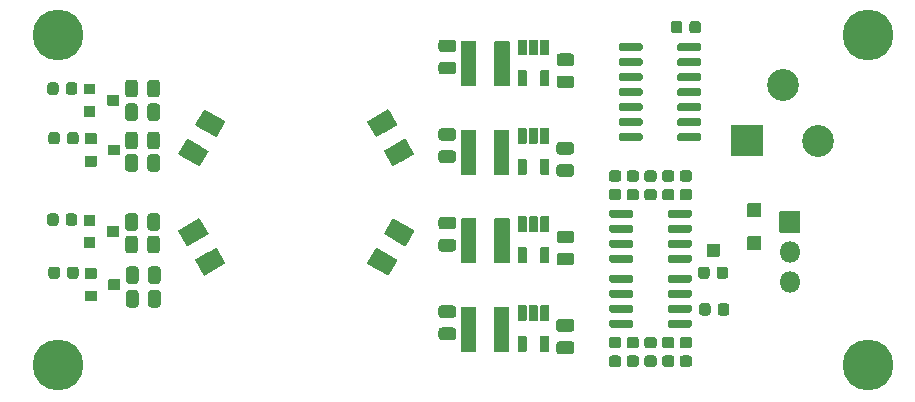
<source format=gbr>
G04 #@! TF.GenerationSoftware,KiCad,Pcbnew,5.1.7-a382d34a8~87~ubuntu18.04.1*
G04 #@! TF.CreationDate,2021-01-18T17:29:04-05:00*
G04 #@! TF.ProjectId,Cree_XML_Driver,43726565-5f58-44d4-9c5f-447269766572,r0*
G04 #@! TF.SameCoordinates,Original*
G04 #@! TF.FileFunction,Soldermask,Top*
G04 #@! TF.FilePolarity,Negative*
%FSLAX46Y46*%
G04 Gerber Fmt 4.6, Leading zero omitted, Abs format (unit mm)*
G04 Created by KiCad (PCBNEW 5.1.7-a382d34a8~87~ubuntu18.04.1) date 2021-01-18 17:29:04*
%MOMM*%
%LPD*%
G01*
G04 APERTURE LIST*
%ADD10O,1.801600X1.801600*%
%ADD11C,2.701600*%
%ADD12C,4.301600*%
G04 APERTURE END LIST*
D10*
G04 #@! TO.C,J102*
X157200000Y-114280000D03*
X157200000Y-111740000D03*
G36*
G01*
X156299200Y-110050000D02*
X156299200Y-108350000D01*
G75*
G02*
X156350000Y-108299200I50800J0D01*
G01*
X158050000Y-108299200D01*
G75*
G02*
X158100800Y-108350000I0J-50800D01*
G01*
X158100800Y-110050000D01*
G75*
G02*
X158050000Y-110100800I-50800J0D01*
G01*
X156350000Y-110100800D01*
G75*
G02*
X156299200Y-110050000I0J50800D01*
G01*
G37*
G04 #@! TD*
G04 #@! TO.C,U107*
G36*
G01*
X146849200Y-108670400D02*
X146849200Y-108319600D01*
G75*
G02*
X147024600Y-108144200I175400J0D01*
G01*
X148725400Y-108144200D01*
G75*
G02*
X148900800Y-108319600I0J-175400D01*
G01*
X148900800Y-108670400D01*
G75*
G02*
X148725400Y-108845800I-175400J0D01*
G01*
X147024600Y-108845800D01*
G75*
G02*
X146849200Y-108670400I0J175400D01*
G01*
G37*
G36*
G01*
X146849200Y-109940400D02*
X146849200Y-109589600D01*
G75*
G02*
X147024600Y-109414200I175400J0D01*
G01*
X148725400Y-109414200D01*
G75*
G02*
X148900800Y-109589600I0J-175400D01*
G01*
X148900800Y-109940400D01*
G75*
G02*
X148725400Y-110115800I-175400J0D01*
G01*
X147024600Y-110115800D01*
G75*
G02*
X146849200Y-109940400I0J175400D01*
G01*
G37*
G36*
G01*
X146849200Y-111210400D02*
X146849200Y-110859600D01*
G75*
G02*
X147024600Y-110684200I175400J0D01*
G01*
X148725400Y-110684200D01*
G75*
G02*
X148900800Y-110859600I0J-175400D01*
G01*
X148900800Y-111210400D01*
G75*
G02*
X148725400Y-111385800I-175400J0D01*
G01*
X147024600Y-111385800D01*
G75*
G02*
X146849200Y-111210400I0J175400D01*
G01*
G37*
G36*
G01*
X146849200Y-112480400D02*
X146849200Y-112129600D01*
G75*
G02*
X147024600Y-111954200I175400J0D01*
G01*
X148725400Y-111954200D01*
G75*
G02*
X148900800Y-112129600I0J-175400D01*
G01*
X148900800Y-112480400D01*
G75*
G02*
X148725400Y-112655800I-175400J0D01*
G01*
X147024600Y-112655800D01*
G75*
G02*
X146849200Y-112480400I0J175400D01*
G01*
G37*
G36*
G01*
X141899200Y-112480400D02*
X141899200Y-112129600D01*
G75*
G02*
X142074600Y-111954200I175400J0D01*
G01*
X143775400Y-111954200D01*
G75*
G02*
X143950800Y-112129600I0J-175400D01*
G01*
X143950800Y-112480400D01*
G75*
G02*
X143775400Y-112655800I-175400J0D01*
G01*
X142074600Y-112655800D01*
G75*
G02*
X141899200Y-112480400I0J175400D01*
G01*
G37*
G36*
G01*
X141899200Y-111210400D02*
X141899200Y-110859600D01*
G75*
G02*
X142074600Y-110684200I175400J0D01*
G01*
X143775400Y-110684200D01*
G75*
G02*
X143950800Y-110859600I0J-175400D01*
G01*
X143950800Y-111210400D01*
G75*
G02*
X143775400Y-111385800I-175400J0D01*
G01*
X142074600Y-111385800D01*
G75*
G02*
X141899200Y-111210400I0J175400D01*
G01*
G37*
G36*
G01*
X141899200Y-109940400D02*
X141899200Y-109589600D01*
G75*
G02*
X142074600Y-109414200I175400J0D01*
G01*
X143775400Y-109414200D01*
G75*
G02*
X143950800Y-109589600I0J-175400D01*
G01*
X143950800Y-109940400D01*
G75*
G02*
X143775400Y-110115800I-175400J0D01*
G01*
X142074600Y-110115800D01*
G75*
G02*
X141899200Y-109940400I0J175400D01*
G01*
G37*
G36*
G01*
X141899200Y-108670400D02*
X141899200Y-108319600D01*
G75*
G02*
X142074600Y-108144200I175400J0D01*
G01*
X143775400Y-108144200D01*
G75*
G02*
X143950800Y-108319600I0J-175400D01*
G01*
X143950800Y-108670400D01*
G75*
G02*
X143775400Y-108845800I-175400J0D01*
G01*
X142074600Y-108845800D01*
G75*
G02*
X141899200Y-108670400I0J175400D01*
G01*
G37*
G04 #@! TD*
G04 #@! TO.C,U106*
G36*
G01*
X142699200Y-94565400D02*
X142699200Y-94214600D01*
G75*
G02*
X142874600Y-94039200I175400J0D01*
G01*
X144575400Y-94039200D01*
G75*
G02*
X144750800Y-94214600I0J-175400D01*
G01*
X144750800Y-94565400D01*
G75*
G02*
X144575400Y-94740800I-175400J0D01*
G01*
X142874600Y-94740800D01*
G75*
G02*
X142699200Y-94565400I0J175400D01*
G01*
G37*
G36*
G01*
X142699200Y-95835400D02*
X142699200Y-95484600D01*
G75*
G02*
X142874600Y-95309200I175400J0D01*
G01*
X144575400Y-95309200D01*
G75*
G02*
X144750800Y-95484600I0J-175400D01*
G01*
X144750800Y-95835400D01*
G75*
G02*
X144575400Y-96010800I-175400J0D01*
G01*
X142874600Y-96010800D01*
G75*
G02*
X142699200Y-95835400I0J175400D01*
G01*
G37*
G36*
G01*
X142699200Y-97105400D02*
X142699200Y-96754600D01*
G75*
G02*
X142874600Y-96579200I175400J0D01*
G01*
X144575400Y-96579200D01*
G75*
G02*
X144750800Y-96754600I0J-175400D01*
G01*
X144750800Y-97105400D01*
G75*
G02*
X144575400Y-97280800I-175400J0D01*
G01*
X142874600Y-97280800D01*
G75*
G02*
X142699200Y-97105400I0J175400D01*
G01*
G37*
G36*
G01*
X142699200Y-98375400D02*
X142699200Y-98024600D01*
G75*
G02*
X142874600Y-97849200I175400J0D01*
G01*
X144575400Y-97849200D01*
G75*
G02*
X144750800Y-98024600I0J-175400D01*
G01*
X144750800Y-98375400D01*
G75*
G02*
X144575400Y-98550800I-175400J0D01*
G01*
X142874600Y-98550800D01*
G75*
G02*
X142699200Y-98375400I0J175400D01*
G01*
G37*
G36*
G01*
X142699200Y-99645400D02*
X142699200Y-99294600D01*
G75*
G02*
X142874600Y-99119200I175400J0D01*
G01*
X144575400Y-99119200D01*
G75*
G02*
X144750800Y-99294600I0J-175400D01*
G01*
X144750800Y-99645400D01*
G75*
G02*
X144575400Y-99820800I-175400J0D01*
G01*
X142874600Y-99820800D01*
G75*
G02*
X142699200Y-99645400I0J175400D01*
G01*
G37*
G36*
G01*
X142699200Y-100915400D02*
X142699200Y-100564600D01*
G75*
G02*
X142874600Y-100389200I175400J0D01*
G01*
X144575400Y-100389200D01*
G75*
G02*
X144750800Y-100564600I0J-175400D01*
G01*
X144750800Y-100915400D01*
G75*
G02*
X144575400Y-101090800I-175400J0D01*
G01*
X142874600Y-101090800D01*
G75*
G02*
X142699200Y-100915400I0J175400D01*
G01*
G37*
G36*
G01*
X142699200Y-102185400D02*
X142699200Y-101834600D01*
G75*
G02*
X142874600Y-101659200I175400J0D01*
G01*
X144575400Y-101659200D01*
G75*
G02*
X144750800Y-101834600I0J-175400D01*
G01*
X144750800Y-102185400D01*
G75*
G02*
X144575400Y-102360800I-175400J0D01*
G01*
X142874600Y-102360800D01*
G75*
G02*
X142699200Y-102185400I0J175400D01*
G01*
G37*
G36*
G01*
X147649200Y-102185400D02*
X147649200Y-101834600D01*
G75*
G02*
X147824600Y-101659200I175400J0D01*
G01*
X149525400Y-101659200D01*
G75*
G02*
X149700800Y-101834600I0J-175400D01*
G01*
X149700800Y-102185400D01*
G75*
G02*
X149525400Y-102360800I-175400J0D01*
G01*
X147824600Y-102360800D01*
G75*
G02*
X147649200Y-102185400I0J175400D01*
G01*
G37*
G36*
G01*
X147649200Y-100915400D02*
X147649200Y-100564600D01*
G75*
G02*
X147824600Y-100389200I175400J0D01*
G01*
X149525400Y-100389200D01*
G75*
G02*
X149700800Y-100564600I0J-175400D01*
G01*
X149700800Y-100915400D01*
G75*
G02*
X149525400Y-101090800I-175400J0D01*
G01*
X147824600Y-101090800D01*
G75*
G02*
X147649200Y-100915400I0J175400D01*
G01*
G37*
G36*
G01*
X147649200Y-99645400D02*
X147649200Y-99294600D01*
G75*
G02*
X147824600Y-99119200I175400J0D01*
G01*
X149525400Y-99119200D01*
G75*
G02*
X149700800Y-99294600I0J-175400D01*
G01*
X149700800Y-99645400D01*
G75*
G02*
X149525400Y-99820800I-175400J0D01*
G01*
X147824600Y-99820800D01*
G75*
G02*
X147649200Y-99645400I0J175400D01*
G01*
G37*
G36*
G01*
X147649200Y-98375400D02*
X147649200Y-98024600D01*
G75*
G02*
X147824600Y-97849200I175400J0D01*
G01*
X149525400Y-97849200D01*
G75*
G02*
X149700800Y-98024600I0J-175400D01*
G01*
X149700800Y-98375400D01*
G75*
G02*
X149525400Y-98550800I-175400J0D01*
G01*
X147824600Y-98550800D01*
G75*
G02*
X147649200Y-98375400I0J175400D01*
G01*
G37*
G36*
G01*
X147649200Y-97105400D02*
X147649200Y-96754600D01*
G75*
G02*
X147824600Y-96579200I175400J0D01*
G01*
X149525400Y-96579200D01*
G75*
G02*
X149700800Y-96754600I0J-175400D01*
G01*
X149700800Y-97105400D01*
G75*
G02*
X149525400Y-97280800I-175400J0D01*
G01*
X147824600Y-97280800D01*
G75*
G02*
X147649200Y-97105400I0J175400D01*
G01*
G37*
G36*
G01*
X147649200Y-95835400D02*
X147649200Y-95484600D01*
G75*
G02*
X147824600Y-95309200I175400J0D01*
G01*
X149525400Y-95309200D01*
G75*
G02*
X149700800Y-95484600I0J-175400D01*
G01*
X149700800Y-95835400D01*
G75*
G02*
X149525400Y-96010800I-175400J0D01*
G01*
X147824600Y-96010800D01*
G75*
G02*
X147649200Y-95835400I0J175400D01*
G01*
G37*
G36*
G01*
X147649200Y-94565400D02*
X147649200Y-94214600D01*
G75*
G02*
X147824600Y-94039200I175400J0D01*
G01*
X149525400Y-94039200D01*
G75*
G02*
X149700800Y-94214600I0J-175400D01*
G01*
X149700800Y-94565400D01*
G75*
G02*
X149525400Y-94740800I-175400J0D01*
G01*
X147824600Y-94740800D01*
G75*
G02*
X147649200Y-94565400I0J175400D01*
G01*
G37*
G04 #@! TD*
G04 #@! TO.C,U105*
G36*
G01*
X146849200Y-114170400D02*
X146849200Y-113819600D01*
G75*
G02*
X147024600Y-113644200I175400J0D01*
G01*
X148725400Y-113644200D01*
G75*
G02*
X148900800Y-113819600I0J-175400D01*
G01*
X148900800Y-114170400D01*
G75*
G02*
X148725400Y-114345800I-175400J0D01*
G01*
X147024600Y-114345800D01*
G75*
G02*
X146849200Y-114170400I0J175400D01*
G01*
G37*
G36*
G01*
X146849200Y-115440400D02*
X146849200Y-115089600D01*
G75*
G02*
X147024600Y-114914200I175400J0D01*
G01*
X148725400Y-114914200D01*
G75*
G02*
X148900800Y-115089600I0J-175400D01*
G01*
X148900800Y-115440400D01*
G75*
G02*
X148725400Y-115615800I-175400J0D01*
G01*
X147024600Y-115615800D01*
G75*
G02*
X146849200Y-115440400I0J175400D01*
G01*
G37*
G36*
G01*
X146849200Y-116710400D02*
X146849200Y-116359600D01*
G75*
G02*
X147024600Y-116184200I175400J0D01*
G01*
X148725400Y-116184200D01*
G75*
G02*
X148900800Y-116359600I0J-175400D01*
G01*
X148900800Y-116710400D01*
G75*
G02*
X148725400Y-116885800I-175400J0D01*
G01*
X147024600Y-116885800D01*
G75*
G02*
X146849200Y-116710400I0J175400D01*
G01*
G37*
G36*
G01*
X146849200Y-117980400D02*
X146849200Y-117629600D01*
G75*
G02*
X147024600Y-117454200I175400J0D01*
G01*
X148725400Y-117454200D01*
G75*
G02*
X148900800Y-117629600I0J-175400D01*
G01*
X148900800Y-117980400D01*
G75*
G02*
X148725400Y-118155800I-175400J0D01*
G01*
X147024600Y-118155800D01*
G75*
G02*
X146849200Y-117980400I0J175400D01*
G01*
G37*
G36*
G01*
X141899200Y-117980400D02*
X141899200Y-117629600D01*
G75*
G02*
X142074600Y-117454200I175400J0D01*
G01*
X143775400Y-117454200D01*
G75*
G02*
X143950800Y-117629600I0J-175400D01*
G01*
X143950800Y-117980400D01*
G75*
G02*
X143775400Y-118155800I-175400J0D01*
G01*
X142074600Y-118155800D01*
G75*
G02*
X141899200Y-117980400I0J175400D01*
G01*
G37*
G36*
G01*
X141899200Y-116710400D02*
X141899200Y-116359600D01*
G75*
G02*
X142074600Y-116184200I175400J0D01*
G01*
X143775400Y-116184200D01*
G75*
G02*
X143950800Y-116359600I0J-175400D01*
G01*
X143950800Y-116710400D01*
G75*
G02*
X143775400Y-116885800I-175400J0D01*
G01*
X142074600Y-116885800D01*
G75*
G02*
X141899200Y-116710400I0J175400D01*
G01*
G37*
G36*
G01*
X141899200Y-115440400D02*
X141899200Y-115089600D01*
G75*
G02*
X142074600Y-114914200I175400J0D01*
G01*
X143775400Y-114914200D01*
G75*
G02*
X143950800Y-115089600I0J-175400D01*
G01*
X143950800Y-115440400D01*
G75*
G02*
X143775400Y-115615800I-175400J0D01*
G01*
X142074600Y-115615800D01*
G75*
G02*
X141899200Y-115440400I0J175400D01*
G01*
G37*
G36*
G01*
X141899200Y-114170400D02*
X141899200Y-113819600D01*
G75*
G02*
X142074600Y-113644200I175400J0D01*
G01*
X143775400Y-113644200D01*
G75*
G02*
X143950800Y-113819600I0J-175400D01*
G01*
X143950800Y-114170400D01*
G75*
G02*
X143775400Y-114345800I-175400J0D01*
G01*
X142074600Y-114345800D01*
G75*
G02*
X141899200Y-114170400I0J175400D01*
G01*
G37*
G04 #@! TD*
G04 #@! TO.C,L102*
G36*
G01*
X133450800Y-116450000D02*
X133450800Y-120150000D01*
G75*
G02*
X133400000Y-120200800I-50800J0D01*
G01*
X132200000Y-120200800D01*
G75*
G02*
X132149200Y-120150000I0J50800D01*
G01*
X132149200Y-116450000D01*
G75*
G02*
X132200000Y-116399200I50800J0D01*
G01*
X133400000Y-116399200D01*
G75*
G02*
X133450800Y-116450000I0J-50800D01*
G01*
G37*
G36*
G01*
X130650800Y-116450000D02*
X130650800Y-120150000D01*
G75*
G02*
X130600000Y-120200800I-50800J0D01*
G01*
X129400000Y-120200800D01*
G75*
G02*
X129349200Y-120150000I0J50800D01*
G01*
X129349200Y-116450000D01*
G75*
G02*
X129400000Y-116399200I50800J0D01*
G01*
X130600000Y-116399200D01*
G75*
G02*
X130650800Y-116450000I0J-50800D01*
G01*
G37*
G04 #@! TD*
G04 #@! TO.C,D101*
G36*
G01*
X109408923Y-100751826D02*
X108683923Y-102007562D01*
G75*
G02*
X108614529Y-102026156I-43994J25400D01*
G01*
X106854765Y-101010156D01*
G75*
G02*
X106836171Y-100940762I25400J43994D01*
G01*
X107561171Y-99685026D01*
G75*
G02*
X107630565Y-99666432I43994J-25400D01*
G01*
X109390329Y-100682432D01*
G75*
G02*
X109408923Y-100751826I-25400J-43994D01*
G01*
G37*
G36*
G01*
X107983923Y-103219998D02*
X107258923Y-104475734D01*
G75*
G02*
X107189529Y-104494328I-43994J25400D01*
G01*
X105429765Y-103478328D01*
G75*
G02*
X105411171Y-103408934I25400J43994D01*
G01*
X106136171Y-102153198D01*
G75*
G02*
X106205565Y-102134604I43994J-25400D01*
G01*
X107965329Y-103150604D01*
G75*
G02*
X107983923Y-103219998I-25400J-43994D01*
G01*
G37*
G36*
G01*
X107258923Y-108920266D02*
X107983923Y-110176002D01*
G75*
G02*
X107965329Y-110245396I-43994J-25400D01*
G01*
X106205565Y-111261396D01*
G75*
G02*
X106136171Y-111242802I-25400J43994D01*
G01*
X105411171Y-109987066D01*
G75*
G02*
X105429765Y-109917672I43994J25400D01*
G01*
X107189529Y-108901672D01*
G75*
G02*
X107258923Y-108920266I25400J-43994D01*
G01*
G37*
G36*
G01*
X108683923Y-111388439D02*
X109408923Y-112644175D01*
G75*
G02*
X109390329Y-112713569I-43994J-25400D01*
G01*
X107630565Y-113729569D01*
G75*
G02*
X107561171Y-113710975I-25400J43994D01*
G01*
X106836171Y-112455239D01*
G75*
G02*
X106854765Y-112385845I43994J25400D01*
G01*
X108614529Y-111369845D01*
G75*
G02*
X108683923Y-111388439I25400J-43994D01*
G01*
G37*
G36*
G01*
X121407077Y-112644174D02*
X122132077Y-111388438D01*
G75*
G02*
X122201471Y-111369844I43994J-25400D01*
G01*
X123961235Y-112385844D01*
G75*
G02*
X123979829Y-112455238I-25400J-43994D01*
G01*
X123254829Y-113710974D01*
G75*
G02*
X123185435Y-113729568I-43994J25400D01*
G01*
X121425671Y-112713568D01*
G75*
G02*
X121407077Y-112644174I25400J43994D01*
G01*
G37*
G36*
G01*
X122832077Y-110176002D02*
X123557077Y-108920266D01*
G75*
G02*
X123626471Y-108901672I43994J-25400D01*
G01*
X125386235Y-109917672D01*
G75*
G02*
X125404829Y-109987066I-25400J-43994D01*
G01*
X124679829Y-111242802D01*
G75*
G02*
X124610435Y-111261396I-43994J25400D01*
G01*
X122850671Y-110245396D01*
G75*
G02*
X122832077Y-110176002I25400J43994D01*
G01*
G37*
G36*
G01*
X123557077Y-104475734D02*
X122832077Y-103219998D01*
G75*
G02*
X122850671Y-103150604I43994J25400D01*
G01*
X124610435Y-102134604D01*
G75*
G02*
X124679829Y-102153198I25400J-43994D01*
G01*
X125404829Y-103408934D01*
G75*
G02*
X125386235Y-103478328I-43994J-25400D01*
G01*
X123626471Y-104494328D01*
G75*
G02*
X123557077Y-104475734I-25400J43994D01*
G01*
G37*
G36*
G01*
X122132077Y-102007561D02*
X121407077Y-100751825D01*
G75*
G02*
X121425671Y-100682431I43994J25400D01*
G01*
X123185435Y-99666431D01*
G75*
G02*
X123254829Y-99685025I25400J-43994D01*
G01*
X123979829Y-100940761D01*
G75*
G02*
X123961235Y-101010155I-43994J-25400D01*
G01*
X122201471Y-102026155D01*
G75*
G02*
X122132077Y-102007561I-25400J43994D01*
G01*
G37*
G36*
G01*
X123897148Y-101047156D02*
X122857918Y-101647156D01*
G75*
G02*
X122788524Y-101628562I-25400J43994D01*
G01*
X122063524Y-100372826D01*
G75*
G02*
X122082118Y-100303432I43994J25400D01*
G01*
X123121348Y-99703432D01*
G75*
G02*
X123190742Y-99722026I25400J-43994D01*
G01*
X123915742Y-100977762D01*
G75*
G02*
X123897148Y-101047156I-43994J-25400D01*
G01*
G37*
G36*
G01*
X125322148Y-103515328D02*
X124282918Y-104115328D01*
G75*
G02*
X124213524Y-104096734I-25400J43994D01*
G01*
X123488524Y-102840998D01*
G75*
G02*
X123507118Y-102771604I43994J25400D01*
G01*
X124546348Y-102171604D01*
G75*
G02*
X124615742Y-102190198I25400J-43994D01*
G01*
X125340742Y-103445934D01*
G75*
G02*
X125322148Y-103515328I-43994J-25400D01*
G01*
G37*
G36*
G01*
X124546348Y-111224396D02*
X123507118Y-110624396D01*
G75*
G02*
X123488524Y-110555002I25400J43994D01*
G01*
X124213524Y-109299266D01*
G75*
G02*
X124282918Y-109280672I43994J-25400D01*
G01*
X125322148Y-109880672D01*
G75*
G02*
X125340742Y-109950066I-25400J-43994D01*
G01*
X124615742Y-111205802D01*
G75*
G02*
X124546348Y-111224396I-43994J25400D01*
G01*
G37*
G36*
G01*
X123121348Y-113692568D02*
X122082118Y-113092568D01*
G75*
G02*
X122063524Y-113023174I25400J43994D01*
G01*
X122788524Y-111767438D01*
G75*
G02*
X122857918Y-111748844I43994J-25400D01*
G01*
X123897148Y-112348844D01*
G75*
G02*
X123915742Y-112418238I-25400J-43994D01*
G01*
X123190742Y-113673974D01*
G75*
G02*
X123121348Y-113692568I-43994J25400D01*
G01*
G37*
G36*
G01*
X106918852Y-112348844D02*
X107958082Y-111748844D01*
G75*
G02*
X108027476Y-111767438I25400J-43994D01*
G01*
X108752476Y-113023174D01*
G75*
G02*
X108733882Y-113092568I-43994J-25400D01*
G01*
X107694652Y-113692568D01*
G75*
G02*
X107625258Y-113673974I-25400J43994D01*
G01*
X106900258Y-112418238D01*
G75*
G02*
X106918852Y-112348844I43994J25400D01*
G01*
G37*
G36*
G01*
X105493852Y-109880672D02*
X106533082Y-109280672D01*
G75*
G02*
X106602476Y-109299266I25400J-43994D01*
G01*
X107327476Y-110555002D01*
G75*
G02*
X107308882Y-110624396I-43994J-25400D01*
G01*
X106269652Y-111224396D01*
G75*
G02*
X106200258Y-111205802I-25400J43994D01*
G01*
X105475258Y-109950066D01*
G75*
G02*
X105493852Y-109880672I43994J25400D01*
G01*
G37*
G36*
G01*
X107694652Y-99703432D02*
X108733882Y-100303432D01*
G75*
G02*
X108752476Y-100372826I-25400J-43994D01*
G01*
X108027476Y-101628562D01*
G75*
G02*
X107958082Y-101647156I-43994J25400D01*
G01*
X106918852Y-101047156D01*
G75*
G02*
X106900258Y-100977762I25400J43994D01*
G01*
X107625258Y-99722026D01*
G75*
G02*
X107694652Y-99703432I43994J-25400D01*
G01*
G37*
G36*
G01*
X106269652Y-102171604D02*
X107308882Y-102771604D01*
G75*
G02*
X107327476Y-102840998I-25400J-43994D01*
G01*
X106602476Y-104096734D01*
G75*
G02*
X106533082Y-104115328I-43994J25400D01*
G01*
X105493852Y-103515328D01*
G75*
G02*
X105475258Y-103445934I25400J43994D01*
G01*
X106200258Y-102190198D01*
G75*
G02*
X106269652Y-102171604I43994J-25400D01*
G01*
G37*
G04 #@! TD*
G04 #@! TO.C,R116*
G36*
G01*
X142118350Y-120499200D02*
X142681650Y-120499200D01*
G75*
G02*
X142925800Y-120743350I0J-244150D01*
G01*
X142925800Y-121231650D01*
G75*
G02*
X142681650Y-121475800I-244150J0D01*
G01*
X142118350Y-121475800D01*
G75*
G02*
X141874200Y-121231650I0J244150D01*
G01*
X141874200Y-120743350D01*
G75*
G02*
X142118350Y-120499200I244150J0D01*
G01*
G37*
G36*
G01*
X142118350Y-118924200D02*
X142681650Y-118924200D01*
G75*
G02*
X142925800Y-119168350I0J-244150D01*
G01*
X142925800Y-119656650D01*
G75*
G02*
X142681650Y-119900800I-244150J0D01*
G01*
X142118350Y-119900800D01*
G75*
G02*
X141874200Y-119656650I0J244150D01*
G01*
X141874200Y-119168350D01*
G75*
G02*
X142118350Y-118924200I244150J0D01*
G01*
G37*
G04 #@! TD*
G04 #@! TO.C,R108*
G36*
G01*
X102000800Y-108718350D02*
X102000800Y-109681650D01*
G75*
G02*
X101731650Y-109950800I-269150J0D01*
G01*
X101193350Y-109950800D01*
G75*
G02*
X100924200Y-109681650I0J269150D01*
G01*
X100924200Y-108718350D01*
G75*
G02*
X101193350Y-108449200I269150J0D01*
G01*
X101731650Y-108449200D01*
G75*
G02*
X102000800Y-108718350I0J-269150D01*
G01*
G37*
G36*
G01*
X103875800Y-108718350D02*
X103875800Y-109681650D01*
G75*
G02*
X103606650Y-109950800I-269150J0D01*
G01*
X103068350Y-109950800D01*
G75*
G02*
X102799200Y-109681650I0J269150D01*
G01*
X102799200Y-108718350D01*
G75*
G02*
X103068350Y-108449200I269150J0D01*
G01*
X103606650Y-108449200D01*
G75*
G02*
X103875800Y-108718350I0J-269150D01*
G01*
G37*
G04 #@! TD*
G04 #@! TO.C,R107*
G36*
G01*
X103875800Y-110618350D02*
X103875800Y-111581650D01*
G75*
G02*
X103606650Y-111850800I-269150J0D01*
G01*
X103068350Y-111850800D01*
G75*
G02*
X102799200Y-111581650I0J269150D01*
G01*
X102799200Y-110618350D01*
G75*
G02*
X103068350Y-110349200I269150J0D01*
G01*
X103606650Y-110349200D01*
G75*
G02*
X103875800Y-110618350I0J-269150D01*
G01*
G37*
G36*
G01*
X102000800Y-110618350D02*
X102000800Y-111581650D01*
G75*
G02*
X101731650Y-111850800I-269150J0D01*
G01*
X101193350Y-111850800D01*
G75*
G02*
X100924200Y-111581650I0J269150D01*
G01*
X100924200Y-110618350D01*
G75*
G02*
X101193350Y-110349200I269150J0D01*
G01*
X101731650Y-110349200D01*
G75*
G02*
X102000800Y-110618350I0J-269150D01*
G01*
G37*
G04 #@! TD*
G04 #@! TO.C,R112*
G36*
G01*
X96863300Y-108718350D02*
X96863300Y-109281650D01*
G75*
G02*
X96619150Y-109525800I-244150J0D01*
G01*
X96130850Y-109525800D01*
G75*
G02*
X95886700Y-109281650I0J244150D01*
G01*
X95886700Y-108718350D01*
G75*
G02*
X96130850Y-108474200I244150J0D01*
G01*
X96619150Y-108474200D01*
G75*
G02*
X96863300Y-108718350I0J-244150D01*
G01*
G37*
G36*
G01*
X95288300Y-108718350D02*
X95288300Y-109281650D01*
G75*
G02*
X95044150Y-109525800I-244150J0D01*
G01*
X94555850Y-109525800D01*
G75*
G02*
X94311700Y-109281650I0J244150D01*
G01*
X94311700Y-108718350D01*
G75*
G02*
X94555850Y-108474200I244150J0D01*
G01*
X95044150Y-108474200D01*
G75*
G02*
X95288300Y-108718350I0J-244150D01*
G01*
G37*
G04 #@! TD*
G04 #@! TO.C,Q104*
G36*
G01*
X99399200Y-110400000D02*
X99399200Y-109600000D01*
G75*
G02*
X99450000Y-109549200I50800J0D01*
G01*
X100350000Y-109549200D01*
G75*
G02*
X100400800Y-109600000I0J-50800D01*
G01*
X100400800Y-110400000D01*
G75*
G02*
X100350000Y-110450800I-50800J0D01*
G01*
X99450000Y-110450800D01*
G75*
G02*
X99399200Y-110400000I0J50800D01*
G01*
G37*
G36*
G01*
X97399200Y-111350000D02*
X97399200Y-110550000D01*
G75*
G02*
X97450000Y-110499200I50800J0D01*
G01*
X98350000Y-110499200D01*
G75*
G02*
X98400800Y-110550000I0J-50800D01*
G01*
X98400800Y-111350000D01*
G75*
G02*
X98350000Y-111400800I-50800J0D01*
G01*
X97450000Y-111400800D01*
G75*
G02*
X97399200Y-111350000I0J50800D01*
G01*
G37*
G36*
G01*
X97399200Y-109450000D02*
X97399200Y-108650000D01*
G75*
G02*
X97450000Y-108599200I50800J0D01*
G01*
X98350000Y-108599200D01*
G75*
G02*
X98400800Y-108650000I0J-50800D01*
G01*
X98400800Y-109450000D01*
G75*
G02*
X98350000Y-109500800I-50800J0D01*
G01*
X97450000Y-109500800D01*
G75*
G02*
X97399200Y-109450000I0J50800D01*
G01*
G37*
G04 #@! TD*
G04 #@! TO.C,R113*
G36*
G01*
X147181650Y-119900800D02*
X146618350Y-119900800D01*
G75*
G02*
X146374200Y-119656650I0J244150D01*
G01*
X146374200Y-119168350D01*
G75*
G02*
X146618350Y-118924200I244150J0D01*
G01*
X147181650Y-118924200D01*
G75*
G02*
X147425800Y-119168350I0J-244150D01*
G01*
X147425800Y-119656650D01*
G75*
G02*
X147181650Y-119900800I-244150J0D01*
G01*
G37*
G36*
G01*
X147181650Y-121475800D02*
X146618350Y-121475800D01*
G75*
G02*
X146374200Y-121231650I0J244150D01*
G01*
X146374200Y-120743350D01*
G75*
G02*
X146618350Y-120499200I244150J0D01*
G01*
X147181650Y-120499200D01*
G75*
G02*
X147425800Y-120743350I0J-244150D01*
G01*
X147425800Y-121231650D01*
G75*
G02*
X147181650Y-121475800I-244150J0D01*
G01*
G37*
G04 #@! TD*
G04 #@! TO.C,R117*
G36*
G01*
X149524200Y-116881650D02*
X149524200Y-116318350D01*
G75*
G02*
X149768350Y-116074200I244150J0D01*
G01*
X150256650Y-116074200D01*
G75*
G02*
X150500800Y-116318350I0J-244150D01*
G01*
X150500800Y-116881650D01*
G75*
G02*
X150256650Y-117125800I-244150J0D01*
G01*
X149768350Y-117125800D01*
G75*
G02*
X149524200Y-116881650I0J244150D01*
G01*
G37*
G36*
G01*
X151099200Y-116881650D02*
X151099200Y-116318350D01*
G75*
G02*
X151343350Y-116074200I244150J0D01*
G01*
X151831650Y-116074200D01*
G75*
G02*
X152075800Y-116318350I0J-244150D01*
G01*
X152075800Y-116881650D01*
G75*
G02*
X151831650Y-117125800I-244150J0D01*
G01*
X151343350Y-117125800D01*
G75*
G02*
X151099200Y-116881650I0J244150D01*
G01*
G37*
G04 #@! TD*
G04 #@! TO.C,C110*
G36*
G01*
X148100800Y-92418350D02*
X148100800Y-92981650D01*
G75*
G02*
X147856650Y-93225800I-244150J0D01*
G01*
X147368350Y-93225800D01*
G75*
G02*
X147124200Y-92981650I0J244150D01*
G01*
X147124200Y-92418350D01*
G75*
G02*
X147368350Y-92174200I244150J0D01*
G01*
X147856650Y-92174200D01*
G75*
G02*
X148100800Y-92418350I0J-244150D01*
G01*
G37*
G36*
G01*
X149675800Y-92418350D02*
X149675800Y-92981650D01*
G75*
G02*
X149431650Y-93225800I-244150J0D01*
G01*
X148943350Y-93225800D01*
G75*
G02*
X148699200Y-92981650I0J244150D01*
G01*
X148699200Y-92418350D01*
G75*
G02*
X148943350Y-92174200I244150J0D01*
G01*
X149431650Y-92174200D01*
G75*
G02*
X149675800Y-92418350I0J-244150D01*
G01*
G37*
G04 #@! TD*
G04 #@! TO.C,R109*
G36*
G01*
X95400800Y-101818350D02*
X95400800Y-102381650D01*
G75*
G02*
X95156650Y-102625800I-244150J0D01*
G01*
X94668350Y-102625800D01*
G75*
G02*
X94424200Y-102381650I0J244150D01*
G01*
X94424200Y-101818350D01*
G75*
G02*
X94668350Y-101574200I244150J0D01*
G01*
X95156650Y-101574200D01*
G75*
G02*
X95400800Y-101818350I0J-244150D01*
G01*
G37*
G36*
G01*
X96975800Y-101818350D02*
X96975800Y-102381650D01*
G75*
G02*
X96731650Y-102625800I-244150J0D01*
G01*
X96243350Y-102625800D01*
G75*
G02*
X95999200Y-102381650I0J244150D01*
G01*
X95999200Y-101818350D01*
G75*
G02*
X96243350Y-101574200I244150J0D01*
G01*
X96731650Y-101574200D01*
G75*
G02*
X96975800Y-101818350I0J-244150D01*
G01*
G37*
G04 #@! TD*
G04 #@! TO.C,R104*
G36*
G01*
X102000800Y-97418350D02*
X102000800Y-98381650D01*
G75*
G02*
X101731650Y-98650800I-269150J0D01*
G01*
X101193350Y-98650800D01*
G75*
G02*
X100924200Y-98381650I0J269150D01*
G01*
X100924200Y-97418350D01*
G75*
G02*
X101193350Y-97149200I269150J0D01*
G01*
X101731650Y-97149200D01*
G75*
G02*
X102000800Y-97418350I0J-269150D01*
G01*
G37*
G36*
G01*
X103875800Y-97418350D02*
X103875800Y-98381650D01*
G75*
G02*
X103606650Y-98650800I-269150J0D01*
G01*
X103068350Y-98650800D01*
G75*
G02*
X102799200Y-98381650I0J269150D01*
G01*
X102799200Y-97418350D01*
G75*
G02*
X103068350Y-97149200I269150J0D01*
G01*
X103606650Y-97149200D01*
G75*
G02*
X103875800Y-97418350I0J-269150D01*
G01*
G37*
G04 #@! TD*
G04 #@! TO.C,U101*
G36*
G01*
X136125000Y-96369200D02*
X136775000Y-96369200D01*
G75*
G02*
X136825800Y-96420000I0J-50800D01*
G01*
X136825800Y-97640000D01*
G75*
G02*
X136775000Y-97690800I-50800J0D01*
G01*
X136125000Y-97690800D01*
G75*
G02*
X136074200Y-97640000I0J50800D01*
G01*
X136074200Y-96420000D01*
G75*
G02*
X136125000Y-96369200I50800J0D01*
G01*
G37*
G36*
G01*
X134225000Y-96369200D02*
X134875000Y-96369200D01*
G75*
G02*
X134925800Y-96420000I0J-50800D01*
G01*
X134925800Y-97640000D01*
G75*
G02*
X134875000Y-97690800I-50800J0D01*
G01*
X134225000Y-97690800D01*
G75*
G02*
X134174200Y-97640000I0J50800D01*
G01*
X134174200Y-96420000D01*
G75*
G02*
X134225000Y-96369200I50800J0D01*
G01*
G37*
G36*
G01*
X134225000Y-93749200D02*
X134875000Y-93749200D01*
G75*
G02*
X134925800Y-93800000I0J-50800D01*
G01*
X134925800Y-95020000D01*
G75*
G02*
X134875000Y-95070800I-50800J0D01*
G01*
X134225000Y-95070800D01*
G75*
G02*
X134174200Y-95020000I0J50800D01*
G01*
X134174200Y-93800000D01*
G75*
G02*
X134225000Y-93749200I50800J0D01*
G01*
G37*
G36*
G01*
X135175000Y-93749200D02*
X135825000Y-93749200D01*
G75*
G02*
X135875800Y-93800000I0J-50800D01*
G01*
X135875800Y-95020000D01*
G75*
G02*
X135825000Y-95070800I-50800J0D01*
G01*
X135175000Y-95070800D01*
G75*
G02*
X135124200Y-95020000I0J50800D01*
G01*
X135124200Y-93800000D01*
G75*
G02*
X135175000Y-93749200I50800J0D01*
G01*
G37*
G36*
G01*
X136125000Y-93749200D02*
X136775000Y-93749200D01*
G75*
G02*
X136825800Y-93800000I0J-50800D01*
G01*
X136825800Y-95020000D01*
G75*
G02*
X136775000Y-95070800I-50800J0D01*
G01*
X136125000Y-95070800D01*
G75*
G02*
X136074200Y-95020000I0J50800D01*
G01*
X136074200Y-93800000D01*
G75*
G02*
X136125000Y-93749200I50800J0D01*
G01*
G37*
G04 #@! TD*
G04 #@! TO.C,C103*
G36*
G01*
X128681650Y-119205800D02*
X127718350Y-119205800D01*
G75*
G02*
X127449200Y-118936650I0J269150D01*
G01*
X127449200Y-118398350D01*
G75*
G02*
X127718350Y-118129200I269150J0D01*
G01*
X128681650Y-118129200D01*
G75*
G02*
X128950800Y-118398350I0J-269150D01*
G01*
X128950800Y-118936650D01*
G75*
G02*
X128681650Y-119205800I-269150J0D01*
G01*
G37*
G36*
G01*
X128681650Y-117330800D02*
X127718350Y-117330800D01*
G75*
G02*
X127449200Y-117061650I0J269150D01*
G01*
X127449200Y-116523350D01*
G75*
G02*
X127718350Y-116254200I269150J0D01*
G01*
X128681650Y-116254200D01*
G75*
G02*
X128950800Y-116523350I0J-269150D01*
G01*
X128950800Y-117061650D01*
G75*
G02*
X128681650Y-117330800I-269150J0D01*
G01*
G37*
G04 #@! TD*
G04 #@! TO.C,R106*
G36*
G01*
X103938300Y-115218350D02*
X103938300Y-116181650D01*
G75*
G02*
X103669150Y-116450800I-269150J0D01*
G01*
X103130850Y-116450800D01*
G75*
G02*
X102861700Y-116181650I0J269150D01*
G01*
X102861700Y-115218350D01*
G75*
G02*
X103130850Y-114949200I269150J0D01*
G01*
X103669150Y-114949200D01*
G75*
G02*
X103938300Y-115218350I0J-269150D01*
G01*
G37*
G36*
G01*
X102063300Y-115218350D02*
X102063300Y-116181650D01*
G75*
G02*
X101794150Y-116450800I-269150J0D01*
G01*
X101255850Y-116450800D01*
G75*
G02*
X100986700Y-116181650I0J269150D01*
G01*
X100986700Y-115218350D01*
G75*
G02*
X101255850Y-114949200I269150J0D01*
G01*
X101794150Y-114949200D01*
G75*
G02*
X102063300Y-115218350I0J-269150D01*
G01*
G37*
G04 #@! TD*
G04 #@! TO.C,Q103*
G36*
G01*
X97499200Y-113950000D02*
X97499200Y-113150000D01*
G75*
G02*
X97550000Y-113099200I50800J0D01*
G01*
X98450000Y-113099200D01*
G75*
G02*
X98500800Y-113150000I0J-50800D01*
G01*
X98500800Y-113950000D01*
G75*
G02*
X98450000Y-114000800I-50800J0D01*
G01*
X97550000Y-114000800D01*
G75*
G02*
X97499200Y-113950000I0J50800D01*
G01*
G37*
G36*
G01*
X97499200Y-115850000D02*
X97499200Y-115050000D01*
G75*
G02*
X97550000Y-114999200I50800J0D01*
G01*
X98450000Y-114999200D01*
G75*
G02*
X98500800Y-115050000I0J-50800D01*
G01*
X98500800Y-115850000D01*
G75*
G02*
X98450000Y-115900800I-50800J0D01*
G01*
X97550000Y-115900800D01*
G75*
G02*
X97499200Y-115850000I0J50800D01*
G01*
G37*
G36*
G01*
X99499200Y-114900000D02*
X99499200Y-114100000D01*
G75*
G02*
X99550000Y-114049200I50800J0D01*
G01*
X100450000Y-114049200D01*
G75*
G02*
X100500800Y-114100000I0J-50800D01*
G01*
X100500800Y-114900000D01*
G75*
G02*
X100450000Y-114950800I-50800J0D01*
G01*
X99550000Y-114950800D01*
G75*
G02*
X99499200Y-114900000I0J50800D01*
G01*
G37*
G04 #@! TD*
G04 #@! TO.C,R105*
G36*
G01*
X103938300Y-113218350D02*
X103938300Y-114181650D01*
G75*
G02*
X103669150Y-114450800I-269150J0D01*
G01*
X103130850Y-114450800D01*
G75*
G02*
X102861700Y-114181650I0J269150D01*
G01*
X102861700Y-113218350D01*
G75*
G02*
X103130850Y-112949200I269150J0D01*
G01*
X103669150Y-112949200D01*
G75*
G02*
X103938300Y-113218350I0J-269150D01*
G01*
G37*
G36*
G01*
X102063300Y-113218350D02*
X102063300Y-114181650D01*
G75*
G02*
X101794150Y-114450800I-269150J0D01*
G01*
X101255850Y-114450800D01*
G75*
G02*
X100986700Y-114181650I0J269150D01*
G01*
X100986700Y-113218350D01*
G75*
G02*
X101255850Y-112949200I269150J0D01*
G01*
X101794150Y-112949200D01*
G75*
G02*
X102063300Y-113218350I0J-269150D01*
G01*
G37*
G04 #@! TD*
G04 #@! TO.C,U102*
G36*
G01*
X136109000Y-118869200D02*
X136759000Y-118869200D01*
G75*
G02*
X136809800Y-118920000I0J-50800D01*
G01*
X136809800Y-120140000D01*
G75*
G02*
X136759000Y-120190800I-50800J0D01*
G01*
X136109000Y-120190800D01*
G75*
G02*
X136058200Y-120140000I0J50800D01*
G01*
X136058200Y-118920000D01*
G75*
G02*
X136109000Y-118869200I50800J0D01*
G01*
G37*
G36*
G01*
X134209000Y-118869200D02*
X134859000Y-118869200D01*
G75*
G02*
X134909800Y-118920000I0J-50800D01*
G01*
X134909800Y-120140000D01*
G75*
G02*
X134859000Y-120190800I-50800J0D01*
G01*
X134209000Y-120190800D01*
G75*
G02*
X134158200Y-120140000I0J50800D01*
G01*
X134158200Y-118920000D01*
G75*
G02*
X134209000Y-118869200I50800J0D01*
G01*
G37*
G36*
G01*
X134209000Y-116249200D02*
X134859000Y-116249200D01*
G75*
G02*
X134909800Y-116300000I0J-50800D01*
G01*
X134909800Y-117520000D01*
G75*
G02*
X134859000Y-117570800I-50800J0D01*
G01*
X134209000Y-117570800D01*
G75*
G02*
X134158200Y-117520000I0J50800D01*
G01*
X134158200Y-116300000D01*
G75*
G02*
X134209000Y-116249200I50800J0D01*
G01*
G37*
G36*
G01*
X135159000Y-116249200D02*
X135809000Y-116249200D01*
G75*
G02*
X135859800Y-116300000I0J-50800D01*
G01*
X135859800Y-117520000D01*
G75*
G02*
X135809000Y-117570800I-50800J0D01*
G01*
X135159000Y-117570800D01*
G75*
G02*
X135108200Y-117520000I0J50800D01*
G01*
X135108200Y-116300000D01*
G75*
G02*
X135159000Y-116249200I50800J0D01*
G01*
G37*
G36*
G01*
X136109000Y-116249200D02*
X136759000Y-116249200D01*
G75*
G02*
X136809800Y-116300000I0J-50800D01*
G01*
X136809800Y-117520000D01*
G75*
G02*
X136759000Y-117570800I-50800J0D01*
G01*
X136109000Y-117570800D01*
G75*
G02*
X136058200Y-117520000I0J50800D01*
G01*
X136058200Y-116300000D01*
G75*
G02*
X136109000Y-116249200I50800J0D01*
G01*
G37*
G04 #@! TD*
G04 #@! TO.C,R111*
G36*
G01*
X96975800Y-113218350D02*
X96975800Y-113781650D01*
G75*
G02*
X96731650Y-114025800I-244150J0D01*
G01*
X96243350Y-114025800D01*
G75*
G02*
X95999200Y-113781650I0J244150D01*
G01*
X95999200Y-113218350D01*
G75*
G02*
X96243350Y-112974200I244150J0D01*
G01*
X96731650Y-112974200D01*
G75*
G02*
X96975800Y-113218350I0J-244150D01*
G01*
G37*
G36*
G01*
X95400800Y-113218350D02*
X95400800Y-113781650D01*
G75*
G02*
X95156650Y-114025800I-244150J0D01*
G01*
X94668350Y-114025800D01*
G75*
G02*
X94424200Y-113781650I0J244150D01*
G01*
X94424200Y-113218350D01*
G75*
G02*
X94668350Y-112974200I244150J0D01*
G01*
X95156650Y-112974200D01*
G75*
G02*
X95400800Y-113218350I0J-244150D01*
G01*
G37*
G04 #@! TD*
G04 #@! TO.C,R101*
G36*
G01*
X103875800Y-101818350D02*
X103875800Y-102781650D01*
G75*
G02*
X103606650Y-103050800I-269150J0D01*
G01*
X103068350Y-103050800D01*
G75*
G02*
X102799200Y-102781650I0J269150D01*
G01*
X102799200Y-101818350D01*
G75*
G02*
X103068350Y-101549200I269150J0D01*
G01*
X103606650Y-101549200D01*
G75*
G02*
X103875800Y-101818350I0J-269150D01*
G01*
G37*
G36*
G01*
X102000800Y-101818350D02*
X102000800Y-102781650D01*
G75*
G02*
X101731650Y-103050800I-269150J0D01*
G01*
X101193350Y-103050800D01*
G75*
G02*
X100924200Y-102781650I0J269150D01*
G01*
X100924200Y-101818350D01*
G75*
G02*
X101193350Y-101549200I269150J0D01*
G01*
X101731650Y-101549200D01*
G75*
G02*
X102000800Y-101818350I0J-269150D01*
G01*
G37*
G04 #@! TD*
G04 #@! TO.C,C101*
G36*
G01*
X138681650Y-97875800D02*
X137718350Y-97875800D01*
G75*
G02*
X137449200Y-97606650I0J269150D01*
G01*
X137449200Y-97068350D01*
G75*
G02*
X137718350Y-96799200I269150J0D01*
G01*
X138681650Y-96799200D01*
G75*
G02*
X138950800Y-97068350I0J-269150D01*
G01*
X138950800Y-97606650D01*
G75*
G02*
X138681650Y-97875800I-269150J0D01*
G01*
G37*
G36*
G01*
X138681650Y-96000800D02*
X137718350Y-96000800D01*
G75*
G02*
X137449200Y-95731650I0J269150D01*
G01*
X137449200Y-95193350D01*
G75*
G02*
X137718350Y-94924200I269150J0D01*
G01*
X138681650Y-94924200D01*
G75*
G02*
X138950800Y-95193350I0J-269150D01*
G01*
X138950800Y-95731650D01*
G75*
G02*
X138681650Y-96000800I-269150J0D01*
G01*
G37*
G04 #@! TD*
G04 #@! TO.C,C102*
G36*
G01*
X128681650Y-96705800D02*
X127718350Y-96705800D01*
G75*
G02*
X127449200Y-96436650I0J269150D01*
G01*
X127449200Y-95898350D01*
G75*
G02*
X127718350Y-95629200I269150J0D01*
G01*
X128681650Y-95629200D01*
G75*
G02*
X128950800Y-95898350I0J-269150D01*
G01*
X128950800Y-96436650D01*
G75*
G02*
X128681650Y-96705800I-269150J0D01*
G01*
G37*
G36*
G01*
X128681650Y-94830800D02*
X127718350Y-94830800D01*
G75*
G02*
X127449200Y-94561650I0J269150D01*
G01*
X127449200Y-94023350D01*
G75*
G02*
X127718350Y-93754200I269150J0D01*
G01*
X128681650Y-93754200D01*
G75*
G02*
X128950800Y-94023350I0J-269150D01*
G01*
X128950800Y-94561650D01*
G75*
G02*
X128681650Y-94830800I-269150J0D01*
G01*
G37*
G04 #@! TD*
G04 #@! TO.C,C105*
G36*
G01*
X138665650Y-103500800D02*
X137702350Y-103500800D01*
G75*
G02*
X137433200Y-103231650I0J269150D01*
G01*
X137433200Y-102693350D01*
G75*
G02*
X137702350Y-102424200I269150J0D01*
G01*
X138665650Y-102424200D01*
G75*
G02*
X138934800Y-102693350I0J-269150D01*
G01*
X138934800Y-103231650D01*
G75*
G02*
X138665650Y-103500800I-269150J0D01*
G01*
G37*
G36*
G01*
X138665650Y-105375800D02*
X137702350Y-105375800D01*
G75*
G02*
X137433200Y-105106650I0J269150D01*
G01*
X137433200Y-104568350D01*
G75*
G02*
X137702350Y-104299200I269150J0D01*
G01*
X138665650Y-104299200D01*
G75*
G02*
X138934800Y-104568350I0J-269150D01*
G01*
X138934800Y-105106650D01*
G75*
G02*
X138665650Y-105375800I-269150J0D01*
G01*
G37*
G04 #@! TD*
G04 #@! TO.C,C106*
G36*
G01*
X128681650Y-102330800D02*
X127718350Y-102330800D01*
G75*
G02*
X127449200Y-102061650I0J269150D01*
G01*
X127449200Y-101523350D01*
G75*
G02*
X127718350Y-101254200I269150J0D01*
G01*
X128681650Y-101254200D01*
G75*
G02*
X128950800Y-101523350I0J-269150D01*
G01*
X128950800Y-102061650D01*
G75*
G02*
X128681650Y-102330800I-269150J0D01*
G01*
G37*
G36*
G01*
X128681650Y-104205800D02*
X127718350Y-104205800D01*
G75*
G02*
X127449200Y-103936650I0J269150D01*
G01*
X127449200Y-103398350D01*
G75*
G02*
X127718350Y-103129200I269150J0D01*
G01*
X128681650Y-103129200D01*
G75*
G02*
X128950800Y-103398350I0J-269150D01*
G01*
X128950800Y-103936650D01*
G75*
G02*
X128681650Y-104205800I-269150J0D01*
G01*
G37*
G04 #@! TD*
G04 #@! TO.C,C107*
G36*
G01*
X128681650Y-109830800D02*
X127718350Y-109830800D01*
G75*
G02*
X127449200Y-109561650I0J269150D01*
G01*
X127449200Y-109023350D01*
G75*
G02*
X127718350Y-108754200I269150J0D01*
G01*
X128681650Y-108754200D01*
G75*
G02*
X128950800Y-109023350I0J-269150D01*
G01*
X128950800Y-109561650D01*
G75*
G02*
X128681650Y-109830800I-269150J0D01*
G01*
G37*
G36*
G01*
X128681650Y-111705800D02*
X127718350Y-111705800D01*
G75*
G02*
X127449200Y-111436650I0J269150D01*
G01*
X127449200Y-110898350D01*
G75*
G02*
X127718350Y-110629200I269150J0D01*
G01*
X128681650Y-110629200D01*
G75*
G02*
X128950800Y-110898350I0J-269150D01*
G01*
X128950800Y-111436650D01*
G75*
G02*
X128681650Y-111705800I-269150J0D01*
G01*
G37*
G04 #@! TD*
G04 #@! TO.C,C108*
G36*
G01*
X138681650Y-112875800D02*
X137718350Y-112875800D01*
G75*
G02*
X137449200Y-112606650I0J269150D01*
G01*
X137449200Y-112068350D01*
G75*
G02*
X137718350Y-111799200I269150J0D01*
G01*
X138681650Y-111799200D01*
G75*
G02*
X138950800Y-112068350I0J-269150D01*
G01*
X138950800Y-112606650D01*
G75*
G02*
X138681650Y-112875800I-269150J0D01*
G01*
G37*
G36*
G01*
X138681650Y-111000800D02*
X137718350Y-111000800D01*
G75*
G02*
X137449200Y-110731650I0J269150D01*
G01*
X137449200Y-110193350D01*
G75*
G02*
X137718350Y-109924200I269150J0D01*
G01*
X138681650Y-109924200D01*
G75*
G02*
X138950800Y-110193350I0J-269150D01*
G01*
X138950800Y-110731650D01*
G75*
G02*
X138681650Y-111000800I-269150J0D01*
G01*
G37*
G04 #@! TD*
G04 #@! TO.C,C109*
G36*
G01*
X148118350Y-118924200D02*
X148681650Y-118924200D01*
G75*
G02*
X148925800Y-119168350I0J-244150D01*
G01*
X148925800Y-119656650D01*
G75*
G02*
X148681650Y-119900800I-244150J0D01*
G01*
X148118350Y-119900800D01*
G75*
G02*
X147874200Y-119656650I0J244150D01*
G01*
X147874200Y-119168350D01*
G75*
G02*
X148118350Y-118924200I244150J0D01*
G01*
G37*
G36*
G01*
X148118350Y-120499200D02*
X148681650Y-120499200D01*
G75*
G02*
X148925800Y-120743350I0J-244150D01*
G01*
X148925800Y-121231650D01*
G75*
G02*
X148681650Y-121475800I-244150J0D01*
G01*
X148118350Y-121475800D01*
G75*
G02*
X147874200Y-121231650I0J244150D01*
G01*
X147874200Y-120743350D01*
G75*
G02*
X148118350Y-120499200I244150J0D01*
G01*
G37*
G04 #@! TD*
G04 #@! TO.C,C111*
G36*
G01*
X148681650Y-105800800D02*
X148118350Y-105800800D01*
G75*
G02*
X147874200Y-105556650I0J244150D01*
G01*
X147874200Y-105068350D01*
G75*
G02*
X148118350Y-104824200I244150J0D01*
G01*
X148681650Y-104824200D01*
G75*
G02*
X148925800Y-105068350I0J-244150D01*
G01*
X148925800Y-105556650D01*
G75*
G02*
X148681650Y-105800800I-244150J0D01*
G01*
G37*
G36*
G01*
X148681650Y-107375800D02*
X148118350Y-107375800D01*
G75*
G02*
X147874200Y-107131650I0J244150D01*
G01*
X147874200Y-106643350D01*
G75*
G02*
X148118350Y-106399200I244150J0D01*
G01*
X148681650Y-106399200D01*
G75*
G02*
X148925800Y-106643350I0J-244150D01*
G01*
X148925800Y-107131650D01*
G75*
G02*
X148681650Y-107375800I-244150J0D01*
G01*
G37*
G04 #@! TD*
G04 #@! TO.C,D102*
G36*
G01*
X153650000Y-110399200D02*
X154750000Y-110399200D01*
G75*
G02*
X154800800Y-110450000I0J-50800D01*
G01*
X154800800Y-111550000D01*
G75*
G02*
X154750000Y-111600800I-50800J0D01*
G01*
X153650000Y-111600800D01*
G75*
G02*
X153599200Y-111550000I0J50800D01*
G01*
X153599200Y-110450000D01*
G75*
G02*
X153650000Y-110399200I50800J0D01*
G01*
G37*
G36*
G01*
X153650000Y-107599200D02*
X154750000Y-107599200D01*
G75*
G02*
X154800800Y-107650000I0J-50800D01*
G01*
X154800800Y-108750000D01*
G75*
G02*
X154750000Y-108800800I-50800J0D01*
G01*
X153650000Y-108800800D01*
G75*
G02*
X153599200Y-108750000I0J50800D01*
G01*
X153599200Y-107650000D01*
G75*
G02*
X153650000Y-107599200I50800J0D01*
G01*
G37*
G04 #@! TD*
G04 #@! TO.C,J101*
G36*
G01*
X154900000Y-103650800D02*
X152300000Y-103650800D01*
G75*
G02*
X152249200Y-103600000I0J50800D01*
G01*
X152249200Y-101000000D01*
G75*
G02*
X152300000Y-100949200I50800J0D01*
G01*
X154900000Y-100949200D01*
G75*
G02*
X154950800Y-101000000I0J-50800D01*
G01*
X154950800Y-103600000D01*
G75*
G02*
X154900000Y-103650800I-50800J0D01*
G01*
G37*
D11*
X159600000Y-102300000D03*
X156600000Y-97600000D03*
G04 #@! TD*
D12*
G04 #@! TO.C,MK101*
X95250000Y-93345000D03*
G04 #@! TD*
G04 #@! TO.C,MK102*
X163830000Y-93345000D03*
G04 #@! TD*
G04 #@! TO.C,MK103*
X163830000Y-121285000D03*
G04 #@! TD*
G04 #@! TO.C,MK104*
X95250000Y-121285000D03*
G04 #@! TD*
G04 #@! TO.C,Q101*
G36*
G01*
X99499200Y-103500000D02*
X99499200Y-102700000D01*
G75*
G02*
X99550000Y-102649200I50800J0D01*
G01*
X100450000Y-102649200D01*
G75*
G02*
X100500800Y-102700000I0J-50800D01*
G01*
X100500800Y-103500000D01*
G75*
G02*
X100450000Y-103550800I-50800J0D01*
G01*
X99550000Y-103550800D01*
G75*
G02*
X99499200Y-103500000I0J50800D01*
G01*
G37*
G36*
G01*
X97499200Y-104450000D02*
X97499200Y-103650000D01*
G75*
G02*
X97550000Y-103599200I50800J0D01*
G01*
X98450000Y-103599200D01*
G75*
G02*
X98500800Y-103650000I0J-50800D01*
G01*
X98500800Y-104450000D01*
G75*
G02*
X98450000Y-104500800I-50800J0D01*
G01*
X97550000Y-104500800D01*
G75*
G02*
X97499200Y-104450000I0J50800D01*
G01*
G37*
G36*
G01*
X97499200Y-102550000D02*
X97499200Y-101750000D01*
G75*
G02*
X97550000Y-101699200I50800J0D01*
G01*
X98450000Y-101699200D01*
G75*
G02*
X98500800Y-101750000I0J-50800D01*
G01*
X98500800Y-102550000D01*
G75*
G02*
X98450000Y-102600800I-50800J0D01*
G01*
X97550000Y-102600800D01*
G75*
G02*
X97499200Y-102550000I0J50800D01*
G01*
G37*
G04 #@! TD*
G04 #@! TO.C,Q102*
G36*
G01*
X97399200Y-98350000D02*
X97399200Y-97550000D01*
G75*
G02*
X97450000Y-97499200I50800J0D01*
G01*
X98350000Y-97499200D01*
G75*
G02*
X98400800Y-97550000I0J-50800D01*
G01*
X98400800Y-98350000D01*
G75*
G02*
X98350000Y-98400800I-50800J0D01*
G01*
X97450000Y-98400800D01*
G75*
G02*
X97399200Y-98350000I0J50800D01*
G01*
G37*
G36*
G01*
X97399200Y-100250000D02*
X97399200Y-99450000D01*
G75*
G02*
X97450000Y-99399200I50800J0D01*
G01*
X98350000Y-99399200D01*
G75*
G02*
X98400800Y-99450000I0J-50800D01*
G01*
X98400800Y-100250000D01*
G75*
G02*
X98350000Y-100300800I-50800J0D01*
G01*
X97450000Y-100300800D01*
G75*
G02*
X97399200Y-100250000I0J50800D01*
G01*
G37*
G36*
G01*
X99399200Y-99300000D02*
X99399200Y-98500000D01*
G75*
G02*
X99450000Y-98449200I50800J0D01*
G01*
X100350000Y-98449200D01*
G75*
G02*
X100400800Y-98500000I0J-50800D01*
G01*
X100400800Y-99300000D01*
G75*
G02*
X100350000Y-99350800I-50800J0D01*
G01*
X99450000Y-99350800D01*
G75*
G02*
X99399200Y-99300000I0J50800D01*
G01*
G37*
G04 #@! TD*
G04 #@! TO.C,R102*
G36*
G01*
X102000800Y-103718350D02*
X102000800Y-104681650D01*
G75*
G02*
X101731650Y-104950800I-269150J0D01*
G01*
X101193350Y-104950800D01*
G75*
G02*
X100924200Y-104681650I0J269150D01*
G01*
X100924200Y-103718350D01*
G75*
G02*
X101193350Y-103449200I269150J0D01*
G01*
X101731650Y-103449200D01*
G75*
G02*
X102000800Y-103718350I0J-269150D01*
G01*
G37*
G36*
G01*
X103875800Y-103718350D02*
X103875800Y-104681650D01*
G75*
G02*
X103606650Y-104950800I-269150J0D01*
G01*
X103068350Y-104950800D01*
G75*
G02*
X102799200Y-104681650I0J269150D01*
G01*
X102799200Y-103718350D01*
G75*
G02*
X103068350Y-103449200I269150J0D01*
G01*
X103606650Y-103449200D01*
G75*
G02*
X103875800Y-103718350I0J-269150D01*
G01*
G37*
G04 #@! TD*
G04 #@! TO.C,R103*
G36*
G01*
X102000800Y-99418350D02*
X102000800Y-100381650D01*
G75*
G02*
X101731650Y-100650800I-269150J0D01*
G01*
X101193350Y-100650800D01*
G75*
G02*
X100924200Y-100381650I0J269150D01*
G01*
X100924200Y-99418350D01*
G75*
G02*
X101193350Y-99149200I269150J0D01*
G01*
X101731650Y-99149200D01*
G75*
G02*
X102000800Y-99418350I0J-269150D01*
G01*
G37*
G36*
G01*
X103875800Y-99418350D02*
X103875800Y-100381650D01*
G75*
G02*
X103606650Y-100650800I-269150J0D01*
G01*
X103068350Y-100650800D01*
G75*
G02*
X102799200Y-100381650I0J269150D01*
G01*
X102799200Y-99418350D01*
G75*
G02*
X103068350Y-99149200I269150J0D01*
G01*
X103606650Y-99149200D01*
G75*
G02*
X103875800Y-99418350I0J-269150D01*
G01*
G37*
G04 #@! TD*
G04 #@! TO.C,R110*
G36*
G01*
X95300800Y-97618350D02*
X95300800Y-98181650D01*
G75*
G02*
X95056650Y-98425800I-244150J0D01*
G01*
X94568350Y-98425800D01*
G75*
G02*
X94324200Y-98181650I0J244150D01*
G01*
X94324200Y-97618350D01*
G75*
G02*
X94568350Y-97374200I244150J0D01*
G01*
X95056650Y-97374200D01*
G75*
G02*
X95300800Y-97618350I0J-244150D01*
G01*
G37*
G36*
G01*
X96875800Y-97618350D02*
X96875800Y-98181650D01*
G75*
G02*
X96631650Y-98425800I-244150J0D01*
G01*
X96143350Y-98425800D01*
G75*
G02*
X95899200Y-98181650I0J244150D01*
G01*
X95899200Y-97618350D01*
G75*
G02*
X96143350Y-97374200I244150J0D01*
G01*
X96631650Y-97374200D01*
G75*
G02*
X96875800Y-97618350I0J-244150D01*
G01*
G37*
G04 #@! TD*
G04 #@! TO.C,R114*
G36*
G01*
X145118350Y-120499200D02*
X145681650Y-120499200D01*
G75*
G02*
X145925800Y-120743350I0J-244150D01*
G01*
X145925800Y-121231650D01*
G75*
G02*
X145681650Y-121475800I-244150J0D01*
G01*
X145118350Y-121475800D01*
G75*
G02*
X144874200Y-121231650I0J244150D01*
G01*
X144874200Y-120743350D01*
G75*
G02*
X145118350Y-120499200I244150J0D01*
G01*
G37*
G36*
G01*
X145118350Y-118924200D02*
X145681650Y-118924200D01*
G75*
G02*
X145925800Y-119168350I0J-244150D01*
G01*
X145925800Y-119656650D01*
G75*
G02*
X145681650Y-119900800I-244150J0D01*
G01*
X145118350Y-119900800D01*
G75*
G02*
X144874200Y-119656650I0J244150D01*
G01*
X144874200Y-119168350D01*
G75*
G02*
X145118350Y-118924200I244150J0D01*
G01*
G37*
G04 #@! TD*
G04 #@! TO.C,R115*
G36*
G01*
X143618350Y-118924200D02*
X144181650Y-118924200D01*
G75*
G02*
X144425800Y-119168350I0J-244150D01*
G01*
X144425800Y-119656650D01*
G75*
G02*
X144181650Y-119900800I-244150J0D01*
G01*
X143618350Y-119900800D01*
G75*
G02*
X143374200Y-119656650I0J244150D01*
G01*
X143374200Y-119168350D01*
G75*
G02*
X143618350Y-118924200I244150J0D01*
G01*
G37*
G36*
G01*
X143618350Y-120499200D02*
X144181650Y-120499200D01*
G75*
G02*
X144425800Y-120743350I0J-244150D01*
G01*
X144425800Y-121231650D01*
G75*
G02*
X144181650Y-121475800I-244150J0D01*
G01*
X143618350Y-121475800D01*
G75*
G02*
X143374200Y-121231650I0J244150D01*
G01*
X143374200Y-120743350D01*
G75*
G02*
X143618350Y-120499200I244150J0D01*
G01*
G37*
G04 #@! TD*
G04 #@! TO.C,R118*
G36*
G01*
X146618350Y-104824200D02*
X147181650Y-104824200D01*
G75*
G02*
X147425800Y-105068350I0J-244150D01*
G01*
X147425800Y-105556650D01*
G75*
G02*
X147181650Y-105800800I-244150J0D01*
G01*
X146618350Y-105800800D01*
G75*
G02*
X146374200Y-105556650I0J244150D01*
G01*
X146374200Y-105068350D01*
G75*
G02*
X146618350Y-104824200I244150J0D01*
G01*
G37*
G36*
G01*
X146618350Y-106399200D02*
X147181650Y-106399200D01*
G75*
G02*
X147425800Y-106643350I0J-244150D01*
G01*
X147425800Y-107131650D01*
G75*
G02*
X147181650Y-107375800I-244150J0D01*
G01*
X146618350Y-107375800D01*
G75*
G02*
X146374200Y-107131650I0J244150D01*
G01*
X146374200Y-106643350D01*
G75*
G02*
X146618350Y-106399200I244150J0D01*
G01*
G37*
G04 #@! TD*
G04 #@! TO.C,R119*
G36*
G01*
X142681650Y-105800800D02*
X142118350Y-105800800D01*
G75*
G02*
X141874200Y-105556650I0J244150D01*
G01*
X141874200Y-105068350D01*
G75*
G02*
X142118350Y-104824200I244150J0D01*
G01*
X142681650Y-104824200D01*
G75*
G02*
X142925800Y-105068350I0J-244150D01*
G01*
X142925800Y-105556650D01*
G75*
G02*
X142681650Y-105800800I-244150J0D01*
G01*
G37*
G36*
G01*
X142681650Y-107375800D02*
X142118350Y-107375800D01*
G75*
G02*
X141874200Y-107131650I0J244150D01*
G01*
X141874200Y-106643350D01*
G75*
G02*
X142118350Y-106399200I244150J0D01*
G01*
X142681650Y-106399200D01*
G75*
G02*
X142925800Y-106643350I0J-244150D01*
G01*
X142925800Y-107131650D01*
G75*
G02*
X142681650Y-107375800I-244150J0D01*
G01*
G37*
G04 #@! TD*
G04 #@! TO.C,R120*
G36*
G01*
X144181650Y-107375800D02*
X143618350Y-107375800D01*
G75*
G02*
X143374200Y-107131650I0J244150D01*
G01*
X143374200Y-106643350D01*
G75*
G02*
X143618350Y-106399200I244150J0D01*
G01*
X144181650Y-106399200D01*
G75*
G02*
X144425800Y-106643350I0J-244150D01*
G01*
X144425800Y-107131650D01*
G75*
G02*
X144181650Y-107375800I-244150J0D01*
G01*
G37*
G36*
G01*
X144181650Y-105800800D02*
X143618350Y-105800800D01*
G75*
G02*
X143374200Y-105556650I0J244150D01*
G01*
X143374200Y-105068350D01*
G75*
G02*
X143618350Y-104824200I244150J0D01*
G01*
X144181650Y-104824200D01*
G75*
G02*
X144425800Y-105068350I0J-244150D01*
G01*
X144425800Y-105556650D01*
G75*
G02*
X144181650Y-105800800I-244150J0D01*
G01*
G37*
G04 #@! TD*
G04 #@! TO.C,R121*
G36*
G01*
X145681650Y-105800800D02*
X145118350Y-105800800D01*
G75*
G02*
X144874200Y-105556650I0J244150D01*
G01*
X144874200Y-105068350D01*
G75*
G02*
X145118350Y-104824200I244150J0D01*
G01*
X145681650Y-104824200D01*
G75*
G02*
X145925800Y-105068350I0J-244150D01*
G01*
X145925800Y-105556650D01*
G75*
G02*
X145681650Y-105800800I-244150J0D01*
G01*
G37*
G36*
G01*
X145681650Y-107375800D02*
X145118350Y-107375800D01*
G75*
G02*
X144874200Y-107131650I0J244150D01*
G01*
X144874200Y-106643350D01*
G75*
G02*
X145118350Y-106399200I244150J0D01*
G01*
X145681650Y-106399200D01*
G75*
G02*
X145925800Y-106643350I0J-244150D01*
G01*
X145925800Y-107131650D01*
G75*
G02*
X145681650Y-107375800I-244150J0D01*
G01*
G37*
G04 #@! TD*
G04 #@! TO.C,R122*
G36*
G01*
X150400800Y-113218350D02*
X150400800Y-113781650D01*
G75*
G02*
X150156650Y-114025800I-244150J0D01*
G01*
X149668350Y-114025800D01*
G75*
G02*
X149424200Y-113781650I0J244150D01*
G01*
X149424200Y-113218350D01*
G75*
G02*
X149668350Y-112974200I244150J0D01*
G01*
X150156650Y-112974200D01*
G75*
G02*
X150400800Y-113218350I0J-244150D01*
G01*
G37*
G36*
G01*
X151975800Y-113218350D02*
X151975800Y-113781650D01*
G75*
G02*
X151731650Y-114025800I-244150J0D01*
G01*
X151243350Y-114025800D01*
G75*
G02*
X150999200Y-113781650I0J244150D01*
G01*
X150999200Y-113218350D01*
G75*
G02*
X151243350Y-112974200I244150J0D01*
G01*
X151731650Y-112974200D01*
G75*
G02*
X151975800Y-113218350I0J-244150D01*
G01*
G37*
G04 #@! TD*
G04 #@! TO.C,U103*
G36*
G01*
X136109000Y-101249200D02*
X136759000Y-101249200D01*
G75*
G02*
X136809800Y-101300000I0J-50800D01*
G01*
X136809800Y-102520000D01*
G75*
G02*
X136759000Y-102570800I-50800J0D01*
G01*
X136109000Y-102570800D01*
G75*
G02*
X136058200Y-102520000I0J50800D01*
G01*
X136058200Y-101300000D01*
G75*
G02*
X136109000Y-101249200I50800J0D01*
G01*
G37*
G36*
G01*
X135159000Y-101249200D02*
X135809000Y-101249200D01*
G75*
G02*
X135859800Y-101300000I0J-50800D01*
G01*
X135859800Y-102520000D01*
G75*
G02*
X135809000Y-102570800I-50800J0D01*
G01*
X135159000Y-102570800D01*
G75*
G02*
X135108200Y-102520000I0J50800D01*
G01*
X135108200Y-101300000D01*
G75*
G02*
X135159000Y-101249200I50800J0D01*
G01*
G37*
G36*
G01*
X134209000Y-101249200D02*
X134859000Y-101249200D01*
G75*
G02*
X134909800Y-101300000I0J-50800D01*
G01*
X134909800Y-102520000D01*
G75*
G02*
X134859000Y-102570800I-50800J0D01*
G01*
X134209000Y-102570800D01*
G75*
G02*
X134158200Y-102520000I0J50800D01*
G01*
X134158200Y-101300000D01*
G75*
G02*
X134209000Y-101249200I50800J0D01*
G01*
G37*
G36*
G01*
X134209000Y-103869200D02*
X134859000Y-103869200D01*
G75*
G02*
X134909800Y-103920000I0J-50800D01*
G01*
X134909800Y-105140000D01*
G75*
G02*
X134859000Y-105190800I-50800J0D01*
G01*
X134209000Y-105190800D01*
G75*
G02*
X134158200Y-105140000I0J50800D01*
G01*
X134158200Y-103920000D01*
G75*
G02*
X134209000Y-103869200I50800J0D01*
G01*
G37*
G36*
G01*
X136109000Y-103869200D02*
X136759000Y-103869200D01*
G75*
G02*
X136809800Y-103920000I0J-50800D01*
G01*
X136809800Y-105140000D01*
G75*
G02*
X136759000Y-105190800I-50800J0D01*
G01*
X136109000Y-105190800D01*
G75*
G02*
X136058200Y-105140000I0J50800D01*
G01*
X136058200Y-103920000D01*
G75*
G02*
X136109000Y-103869200I50800J0D01*
G01*
G37*
G04 #@! TD*
G04 #@! TO.C,U104*
G36*
G01*
X136125000Y-108729200D02*
X136775000Y-108729200D01*
G75*
G02*
X136825800Y-108780000I0J-50800D01*
G01*
X136825800Y-110000000D01*
G75*
G02*
X136775000Y-110050800I-50800J0D01*
G01*
X136125000Y-110050800D01*
G75*
G02*
X136074200Y-110000000I0J50800D01*
G01*
X136074200Y-108780000D01*
G75*
G02*
X136125000Y-108729200I50800J0D01*
G01*
G37*
G36*
G01*
X135175000Y-108729200D02*
X135825000Y-108729200D01*
G75*
G02*
X135875800Y-108780000I0J-50800D01*
G01*
X135875800Y-110000000D01*
G75*
G02*
X135825000Y-110050800I-50800J0D01*
G01*
X135175000Y-110050800D01*
G75*
G02*
X135124200Y-110000000I0J50800D01*
G01*
X135124200Y-108780000D01*
G75*
G02*
X135175000Y-108729200I50800J0D01*
G01*
G37*
G36*
G01*
X134225000Y-108729200D02*
X134875000Y-108729200D01*
G75*
G02*
X134925800Y-108780000I0J-50800D01*
G01*
X134925800Y-110000000D01*
G75*
G02*
X134875000Y-110050800I-50800J0D01*
G01*
X134225000Y-110050800D01*
G75*
G02*
X134174200Y-110000000I0J50800D01*
G01*
X134174200Y-108780000D01*
G75*
G02*
X134225000Y-108729200I50800J0D01*
G01*
G37*
G36*
G01*
X134225000Y-111349200D02*
X134875000Y-111349200D01*
G75*
G02*
X134925800Y-111400000I0J-50800D01*
G01*
X134925800Y-112620000D01*
G75*
G02*
X134875000Y-112670800I-50800J0D01*
G01*
X134225000Y-112670800D01*
G75*
G02*
X134174200Y-112620000I0J50800D01*
G01*
X134174200Y-111400000D01*
G75*
G02*
X134225000Y-111349200I50800J0D01*
G01*
G37*
G36*
G01*
X136125000Y-111349200D02*
X136775000Y-111349200D01*
G75*
G02*
X136825800Y-111400000I0J-50800D01*
G01*
X136825800Y-112620000D01*
G75*
G02*
X136775000Y-112670800I-50800J0D01*
G01*
X136125000Y-112670800D01*
G75*
G02*
X136074200Y-112620000I0J50800D01*
G01*
X136074200Y-111400000D01*
G75*
G02*
X136125000Y-111349200I50800J0D01*
G01*
G37*
G04 #@! TD*
G04 #@! TO.C,L101*
G36*
G01*
X133466800Y-93950000D02*
X133466800Y-97650000D01*
G75*
G02*
X133416000Y-97700800I-50800J0D01*
G01*
X132216000Y-97700800D01*
G75*
G02*
X132165200Y-97650000I0J50800D01*
G01*
X132165200Y-93950000D01*
G75*
G02*
X132216000Y-93899200I50800J0D01*
G01*
X133416000Y-93899200D01*
G75*
G02*
X133466800Y-93950000I0J-50800D01*
G01*
G37*
G36*
G01*
X130666800Y-93950000D02*
X130666800Y-97650000D01*
G75*
G02*
X130616000Y-97700800I-50800J0D01*
G01*
X129416000Y-97700800D01*
G75*
G02*
X129365200Y-97650000I0J50800D01*
G01*
X129365200Y-93950000D01*
G75*
G02*
X129416000Y-93899200I50800J0D01*
G01*
X130616000Y-93899200D01*
G75*
G02*
X130666800Y-93950000I0J-50800D01*
G01*
G37*
G04 #@! TD*
G04 #@! TO.C,L103*
G36*
G01*
X130650800Y-101450000D02*
X130650800Y-105150000D01*
G75*
G02*
X130600000Y-105200800I-50800J0D01*
G01*
X129400000Y-105200800D01*
G75*
G02*
X129349200Y-105150000I0J50800D01*
G01*
X129349200Y-101450000D01*
G75*
G02*
X129400000Y-101399200I50800J0D01*
G01*
X130600000Y-101399200D01*
G75*
G02*
X130650800Y-101450000I0J-50800D01*
G01*
G37*
G36*
G01*
X133450800Y-101450000D02*
X133450800Y-105150000D01*
G75*
G02*
X133400000Y-105200800I-50800J0D01*
G01*
X132200000Y-105200800D01*
G75*
G02*
X132149200Y-105150000I0J50800D01*
G01*
X132149200Y-101450000D01*
G75*
G02*
X132200000Y-101399200I50800J0D01*
G01*
X133400000Y-101399200D01*
G75*
G02*
X133450800Y-101450000I0J-50800D01*
G01*
G37*
G04 #@! TD*
G04 #@! TO.C,L104*
G36*
G01*
X130666800Y-108950000D02*
X130666800Y-112650000D01*
G75*
G02*
X130616000Y-112700800I-50800J0D01*
G01*
X129416000Y-112700800D01*
G75*
G02*
X129365200Y-112650000I0J50800D01*
G01*
X129365200Y-108950000D01*
G75*
G02*
X129416000Y-108899200I50800J0D01*
G01*
X130616000Y-108899200D01*
G75*
G02*
X130666800Y-108950000I0J-50800D01*
G01*
G37*
G36*
G01*
X133466800Y-108950000D02*
X133466800Y-112650000D01*
G75*
G02*
X133416000Y-112700800I-50800J0D01*
G01*
X132216000Y-112700800D01*
G75*
G02*
X132165200Y-112650000I0J50800D01*
G01*
X132165200Y-108950000D01*
G75*
G02*
X132216000Y-108899200I50800J0D01*
G01*
X133416000Y-108899200D01*
G75*
G02*
X133466800Y-108950000I0J-50800D01*
G01*
G37*
G04 #@! TD*
G04 #@! TO.C,C104*
G36*
G01*
X138684400Y-120400800D02*
X137683600Y-120400800D01*
G75*
G02*
X137408200Y-120125400I0J275400D01*
G01*
X137408200Y-119574600D01*
G75*
G02*
X137683600Y-119299200I275400J0D01*
G01*
X138684400Y-119299200D01*
G75*
G02*
X138959800Y-119574600I0J-275400D01*
G01*
X138959800Y-120125400D01*
G75*
G02*
X138684400Y-120400800I-275400J0D01*
G01*
G37*
G36*
G01*
X138684400Y-118500800D02*
X137683600Y-118500800D01*
G75*
G02*
X137408200Y-118225400I0J275400D01*
G01*
X137408200Y-117674600D01*
G75*
G02*
X137683600Y-117399200I275400J0D01*
G01*
X138684400Y-117399200D01*
G75*
G02*
X138959800Y-117674600I0J-275400D01*
G01*
X138959800Y-118225400D01*
G75*
G02*
X138684400Y-118500800I-275400J0D01*
G01*
G37*
G04 #@! TD*
G04 #@! TO.C,TP101*
G36*
G01*
X151200000Y-112150800D02*
X150200000Y-112150800D01*
G75*
G02*
X150149200Y-112100000I0J50800D01*
G01*
X150149200Y-111100000D01*
G75*
G02*
X150200000Y-111049200I50800J0D01*
G01*
X151200000Y-111049200D01*
G75*
G02*
X151250800Y-111100000I0J-50800D01*
G01*
X151250800Y-112100000D01*
G75*
G02*
X151200000Y-112150800I-50800J0D01*
G01*
G37*
G04 #@! TD*
M02*

</source>
